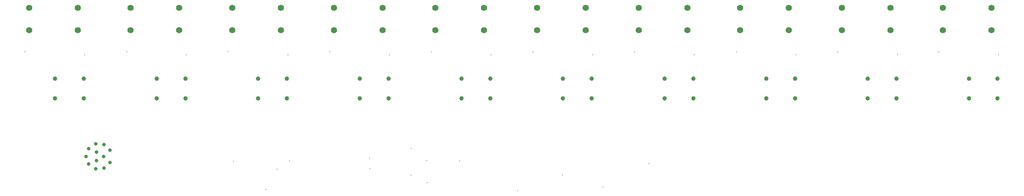
<source format=gbr>
%TF.GenerationSoftware,KiCad,Pcbnew,9.0.0*%
%TF.CreationDate,2025-04-14T19:01:04-07:00*%
%TF.ProjectId,solenoid_10,736f6c65-6e6f-4696-945f-31302e6b6963,rev?*%
%TF.SameCoordinates,Original*%
%TF.FileFunction,Plated,1,4,PTH,Drill*%
%TF.FilePolarity,Positive*%
%FSLAX46Y46*%
G04 Gerber Fmt 4.6, Leading zero omitted, Abs format (unit mm)*
G04 Created by KiCad (PCBNEW 9.0.0) date 2025-04-14 19:01:04*
%MOMM*%
%LPD*%
G01*
G04 APERTURE LIST*
%TA.AperFunction,ViaDrill*%
%ADD10C,0.150000*%
%TD*%
%TA.AperFunction,ViaDrill*%
%ADD11C,0.300000*%
%TD*%
%TA.AperFunction,ComponentDrill*%
%ADD12C,0.800000*%
%TD*%
%TA.AperFunction,ComponentDrill*%
%ADD13C,1.000000*%
%TD*%
%TA.AperFunction,ComponentDrill*%
%ADD14C,1.400000*%
%TD*%
G04 APERTURE END LIST*
D10*
X127350000Y-98850000D03*
X128000000Y-106850000D03*
X130200000Y-107150000D03*
X132500000Y-98850000D03*
X133700000Y-105800000D03*
X134200000Y-102550000D03*
X181800000Y-108950000D03*
X182587500Y-105562500D03*
X241000000Y-103500000D03*
X246300000Y-101900000D03*
X260100000Y-107000000D03*
D11*
X113300000Y-79250000D03*
X126800000Y-79900000D03*
X136300001Y-79250000D03*
X149800001Y-79900000D03*
X159300001Y-79250000D03*
X160450000Y-104100000D03*
X167800000Y-110500000D03*
X170400000Y-105900000D03*
X172800001Y-79900000D03*
X173150000Y-104050000D03*
X182300001Y-79250000D03*
X191300000Y-103500000D03*
X191350000Y-105850000D03*
X195800001Y-79900000D03*
X200645000Y-101155000D03*
X200650000Y-107250000D03*
X204250000Y-104000000D03*
X204300000Y-109000000D03*
X205300001Y-79250000D03*
X211650000Y-104050000D03*
X218800001Y-79900000D03*
X224800000Y-110800000D03*
X228300001Y-79250000D03*
X234950000Y-107250000D03*
X241800001Y-79900000D03*
X244150000Y-110000000D03*
X251300001Y-79250000D03*
X254550000Y-104650000D03*
X264800001Y-79900000D03*
X274300001Y-79250000D03*
X287800001Y-79900000D03*
X297300001Y-79250000D03*
X310800001Y-79900000D03*
X320175001Y-79250000D03*
X333675001Y-79900000D03*
D12*
%TO.C,J22*%
X127100155Y-102999293D03*
X127702610Y-104769888D03*
X127704024Y-101228698D03*
X129261781Y-105804385D03*
X129263195Y-100195615D03*
X129449871Y-102046820D03*
X129449871Y-103953180D03*
X131100258Y-103000000D03*
X131127128Y-105671449D03*
X131128542Y-100328551D03*
X132524371Y-104428356D03*
X132525078Y-101573766D03*
D13*
%TO.C,S1*%
X120088375Y-85309500D03*
X120088375Y-89809500D03*
X126588375Y-85309500D03*
X126588375Y-89809500D03*
%TO.C,S2*%
X143088376Y-85309500D03*
X143088376Y-89809500D03*
X149588376Y-85309500D03*
X149588376Y-89809500D03*
%TO.C,S3*%
X166088376Y-85309500D03*
X166088376Y-89809500D03*
X172588376Y-85309500D03*
X172588376Y-89809500D03*
%TO.C,S4*%
X189088376Y-85309500D03*
X189088376Y-89809500D03*
X195588376Y-85309500D03*
X195588376Y-89809500D03*
%TO.C,S5*%
X212088376Y-85309500D03*
X212088376Y-89809500D03*
X218588376Y-85309500D03*
X218588376Y-89809500D03*
%TO.C,S6*%
X235088376Y-85309500D03*
X235088376Y-89809500D03*
X241588376Y-85309500D03*
X241588376Y-89809500D03*
%TO.C,S7*%
X258088376Y-85309500D03*
X258088376Y-89809500D03*
X264588376Y-85309500D03*
X264588376Y-89809500D03*
%TO.C,S8*%
X281088376Y-85309500D03*
X281088376Y-89809500D03*
X287588376Y-85309500D03*
X287588376Y-89809500D03*
%TO.C,S9*%
X304088376Y-85309500D03*
X304088376Y-89809500D03*
X310588376Y-85309500D03*
X310588376Y-89809500D03*
%TO.C,S10*%
X326963376Y-85309500D03*
X326963376Y-89809500D03*
X333463376Y-85309500D03*
X333463376Y-89809500D03*
D14*
%TO.C,J2*%
X114213375Y-69219500D03*
X114213375Y-74299500D03*
%TO.C,J3*%
X125213375Y-69219500D03*
X125213375Y-74299500D03*
%TO.C,J4*%
X137213376Y-69219500D03*
X137213376Y-74299500D03*
%TO.C,J5*%
X148213376Y-69219500D03*
X148213376Y-74299500D03*
%TO.C,J6*%
X160213376Y-69219500D03*
X160213376Y-74299500D03*
%TO.C,J7*%
X171213376Y-69219500D03*
X171213376Y-74299500D03*
%TO.C,J8*%
X183213376Y-69219500D03*
X183213376Y-74299500D03*
%TO.C,J9*%
X194213376Y-69219500D03*
X194213376Y-74299500D03*
%TO.C,J10*%
X206213376Y-69219500D03*
X206213376Y-74299500D03*
%TO.C,J11*%
X217213376Y-69219500D03*
X217213376Y-74299500D03*
%TO.C,J12*%
X229213376Y-69219500D03*
X229213376Y-74299500D03*
%TO.C,J13*%
X240213376Y-69219500D03*
X240213376Y-74299500D03*
%TO.C,J14*%
X252213376Y-69219500D03*
X252213376Y-74299500D03*
%TO.C,J15*%
X263213376Y-69219500D03*
X263213376Y-74299500D03*
%TO.C,J16*%
X275213376Y-69219500D03*
X275213376Y-74299500D03*
%TO.C,J17*%
X286213376Y-69219500D03*
X286213376Y-74299500D03*
%TO.C,J18*%
X298213376Y-69219500D03*
X298213376Y-74299500D03*
%TO.C,J19*%
X309213376Y-69219500D03*
X309213376Y-74299500D03*
%TO.C,J20*%
X321088376Y-69219500D03*
X321088376Y-74299500D03*
%TO.C,J21*%
X332088376Y-69219500D03*
X332088376Y-74299500D03*
M02*

</source>
